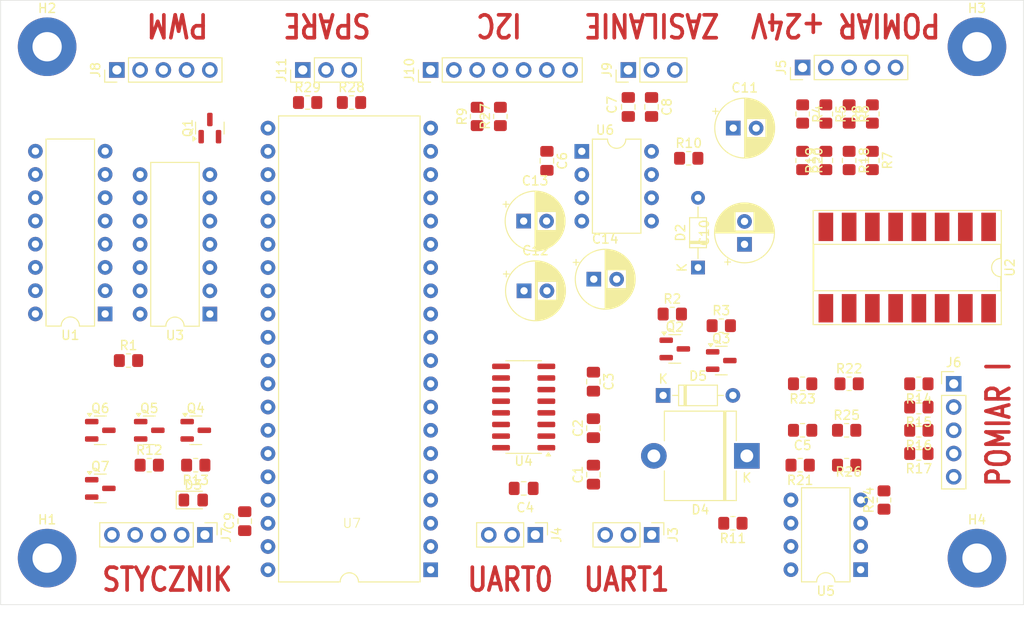
<source format=kicad_pcb>
(kicad_pcb (version 20221018) (generator pcbnew)
  (layers (0 "F.Cu" signal) (31 "B.Cu" signal) (34 "B.Paste" user) (35 "F.Paste" user) (36 "B.SilkS" user "B.Silkscreen") (37 "F.SilkS" user "F.Silkscreen") (38 "B.Mask" user) (39 "F.Mask" user) (44 "Edge.Cuts" user))
  (net 0 "")
  (net 1 "Net-(U4-C1+)")
  (net 2 "Net-(U4-C1-)")
  (net 3 "Net-(U4-C2+)")
  (net 4 "Net-(U4-C2-)")
  (net 5 "GNDREF")
  (net 6 "Net-(U4-VS-)")
  (net 7 "Net-(U4-VS+)")
  (net 8 "Net-(U5--)")
  (net 9 "Net-(C5-Pad2)")
  (net 10 "+8V")
  (net 11 "+5V")
  (net 12 "+15V")
  (net 13 "Net-(U6-CAP+)")
  (net 14 "Net-(U6-CAP-)")
  (net 15 "-8V")
  (net 16 "Net-(D3-K)")
  (net 17 "Net-(D4-A)")
  (net 18 "Net-(J3-Pin_1)")
  (net 19 "Net-(J3-Pin_3)")
  (net 20 "Net-(J4-Pin_1)")
  (net 21 "Net-(J4-Pin_3)")
  (net 22 "Net-(J5-Pin_1)")
  (net 23 "Net-(J5-Pin_2)")
  (net 24 "Net-(J5-Pin_3)")
  (net 25 "Net-(J5-Pin_4)")
  (net 26 "Net-(J6-Pin_1)")
  (net 27 "Net-(J6-Pin_2)")
  (net 28 "Net-(J6-Pin_3)")
  (net 29 "Net-(J6-Pin_4)")
  (net 30 "Net-(J7-Pin_2)")
  (net 31 "Net-(J7-Pin_3)")
  (net 32 "Net-(J7-Pin_4)")
  (net 33 "Net-(J8-Pin_1)")
  (net 34 "Net-(J8-Pin_2)")
  (net 35 "Net-(J8-Pin_3)")
  (net 36 "Net-(J8-Pin_4)")
  (net 37 "Net-(J10-Pin_3)")
  (net 38 "Net-(J10-Pin_4)")
  (net 39 "Net-(J10-Pin_5)")
  (net 40 "Net-(J10-Pin_6)")
  (net 41 "Net-(J11-Pin_1)")
  (net 42 "Net-(J11-Pin_2)")
  (net 43 "Net-(Q1-S)")
  (net 44 "Net-(Q1-D)")
  (net 45 "Net-(Q2-S)")
  (net 46 "Net-(Q2-D)")
  (net 47 "Net-(Q3-S)")
  (net 48 "Net-(Q3-D)")
  (net 49 "Net-(Q4-G)")
  (net 50 "Net-(Q4-D)")
  (net 51 "Net-(Q5-G)")
  (net 52 "Net-(Q5-D)")
  (net 53 "Net-(Q6-G)")
  (net 54 "Net-(Q7-G)")
  (net 55 "Net-(U2-Y3)")
  (net 56 "Net-(U2-Y2)")
  (net 57 "Net-(U2-Y1)")
  (net 58 "Net-(U2-Y0)")
  (net 59 "+3V3")
  (net 60 "Net-(U2-X0)")
  (net 61 "Net-(U2-X1)")
  (net 62 "Net-(U2-X2)")
  (net 63 "Net-(U2-X3)")
  (net 64 "Net-(U2-X)")
  (net 65 "Net-(R24-Pad2)")
  (net 66 "Net-(U1A-A0)")
  (net 67 "Net-(U1A-A1)")
  (net 72 "Net-(U2-Y)")
  (net 73 "Net-(U3A-D)")
  (net 74 "Net-(U3B-D)")
  (net 75 "Net-(U4-R2OUT)")
  (net 76 "Net-(U4-T2IN)")
  (net 77 "Net-(U4-T1IN)")
  (net 78 "Net-(U4-R1OUT)")
  (footprint "Capacitor_THT:CP_Radial_D6.3mm_P2.50mm" (layer "F.Cu") (at 82.59 92.71)
    (fp_text reference "C12" (at 1.25 -4.4) (layer "F.SilkS"))
    (fp_text value "C_Polarized")
    (pad "1" thru_hole rect (at 0 0) (size 1.6 1.6) (drill 0.8) (layers "*.Cu" "*.Mask") (net 11 "+5V"))
    (pad "2" thru_hole circle (at 2.5 0) (size 1.6 1.6) (drill 0.8) (layers "*.Cu" "*.Mask") (net 5 "GNDREF"))
  )
  (footprint "Resistor_SMD:R_0805_2012Metric_Pad1.20x1.40mm_HandSolder" (layer "F.Cu") (at 105.41 118.11 180)
    (fp_text reference "R11" (at 0 -1.65) (layer "F.SilkS"))
    (fp_text value "R")
    (pad "1" smd roundrect (at -1 0 180) (size 1.2 1.4) (layers "F.Cu" "F.Paste" "F.Mask") (roundrect_rratio 0.208333) (net 9 "Net-(C5-Pad2)"))
    (pad "2" smd roundrect (at 1 0 180) (size 1.2 1.4) (layers "F.Cu" "F.Paste" "F.Mask") (roundrect_rratio 0.208333) (net 17 "Net-(D4-A)"))
  )
  (footprint "Resistor_SMD:R_0805_2012Metric_Pad1.20x1.40mm_HandSolder" (layer "F.Cu") (at 113.03 73.39 -90)
    (fp_text reference "R4" (at 0 -1.65 90) (layer "F.SilkS"))
    (fp_text value "R")
    (pad "1" smd roundrect (at -1 0 270) (size 1.2 1.4) (layers "F.Cu" "F.Paste" "F.Mask") (roundrect_rratio 0.208333) (net 22 "Net-(J5-Pin_1)"))
    (pad "2" smd roundrect (at 1 0 270) (size 1.2 1.4) (layers "F.Cu" "F.Paste" "F.Mask") (roundrect_rratio 0.208333) (net 55 "Net-(U2-Y3)"))
  )
  (footprint "Capacitor_SMD:C_0805_2012Metric_Pad1.18x1.45mm_HandSolder" (layer "F.Cu") (at 93.98 72.6225 -90)
    (fp_text reference "C7" (at -0.2325 1.778 90) (layer "F.SilkS"))
    (fp_text value "C")
    (pad "1" smd roundrect (at -1.0375 0 270) (size 1.175 1.45) (layers "F.Cu" "F.Paste" "F.Mask") (roundrect_rratio 0.212766) (net 11 "+5V"))
    (pad "2" smd roundrect (at 1.0375 0 270) (size 1.175 1.45) (layers "F.Cu" "F.Paste" "F.Mask") (roundrect_rratio 0.212766) (net 5 "GNDREF"))
  )
  (footprint "Resistor_SMD:R_0805_2012Metric_Pad1.20x1.40mm_HandSolder" (layer "F.Cu") (at 120.65 78.47 -90)
    (fp_text reference "R7" (at 0 -1.65 90) (layer "F.SilkS"))
    (fp_text value "R")
    (pad "1" smd roundrect (at -1 0 270) (size 1.2 1.4) (layers "F.Cu" "F.Paste" "F.Mask") (roundrect_rratio 0.208333) (net 58 "Net-(U2-Y0)"))
    (pad "2" smd roundrect (at 1 0 270) (size 1.2 1.4) (layers "F.Cu" "F.Paste" "F.Mask") (roundrect_rratio 0.208333) (net 5 "GNDREF"))
  )
  (footprint "Resistor_SMD:R_0805_2012Metric_Pad1.20x1.40mm_HandSolder" (layer "F.Cu") (at 112.76 111.76 180)
    (fp_text reference "R21" (at 0 -1.65) (layer "F.SilkS"))
    (fp_text value "R")
    (pad "1" smd roundrect (at -1 0 180) (size 1.2 1.4) (layers "F.Cu" "F.Paste" "F.Mask") (roundrect_rratio 0.208333) (net 8 "Net-(U5--)"))
    (pad "2" smd roundrect (at 1 0 180) (size 1.2 1.4) (layers "F.Cu" "F.Paste" "F.Mask") (roundrect_rratio 0.208333) (net 9 "Net-(C5-Pad2)"))
  )
  (footprint "Resistor_SMD:R_0805_2012Metric_Pad1.20x1.40mm_HandSolder" (layer "F.Cu") (at 113.03 107.95 180)
    (fp_text reference "C5" (at 0 -1.65) (layer "F.SilkS"))
    (fp_text value "C")
    (pad "1" smd roundrect (at -1 0 180) (size 1.2 1.4) (layers "F.Cu" "F.Paste" "F.Mask") (roundrect_rratio 0.208333) (net 8 "Net-(U5--)"))
    (pad "2" smd roundrect (at 1 0 180) (size 1.2 1.4) (layers "F.Cu" "F.Paste" "F.Mask") (roundrect_rratio 0.208333) (net 9 "Net-(C5-Pad2)"))
  )
  (footprint "Resistor_SMD:R_0805_2012Metric_Pad1.20x1.40mm_HandSolder" (layer "F.Cu") (at 46.72 111.76 180)
    (fp_text reference "R13" (at 0 -1.65) (layer "F.SilkS"))
    (fp_text value "R")
    (pad "1" smd roundrect (at -1 0 180) (size 1.2 1.4) (layers "F.Cu" "F.Paste" "F.Mask") (roundrect_rratio 0.208333) (net 50 "Net-(Q4-D)"))
    (pad "2" smd roundrect (at 1 0 180) (size 1.2 1.4) (layers "F.Cu" "F.Paste" "F.Mask") (roundrect_rratio 0.208333) (net 16 "Net-(D3-K)"))
  )
  (footprint "Package_DIP:DIP-16_W7.62mm" (layer "F.Cu") (at 36.82 95.235 180)
    (fp_text reference "U1" (at 3.81 -2.33) (layer "F.SilkS"))
    (fp_text value "4555")
    (pad "1" thru_hole rect (at 0 0 180) (size 1.6 1.6) (drill 0.8) (layers "*.Cu" "*.Mask") (net 43 "Net-(Q1-S)"))
    (pad "2" thru_hole oval (at 0 2.54 180) (size 1.6 1.6) (drill 0.8) (layers "*.Cu" "*.Mask") (net 66 "Net-(U1A-A0)"))
    (pad "3" thru_hole oval (at 0 5.08 180) (size 1.6 1.6) (drill 0.8) (layers "*.Cu" "*.Mask") (net 67 "Net-(U1A-A1)"))
    (pad "4" thru_hole oval (at 0 7.62 180) (size 1.6 1.6) (drill 0.8) (layers "*.Cu" "*.Mask") (net 33 "Net-(J8-Pin_1)"))
    (pad "5" thru_hole oval (at 0 10.16 180) (size 1.6 1.6) (drill 0.8) (layers "*.Cu" "*.Mask") (net 34 "Net-(J8-Pin_2)"))
    (pad "6" thru_hole oval (at 0 12.7 180) (size 1.6 1.6) (drill 0.8) (layers "*.Cu" "*.Mask") (net 35 "Net-(J8-Pin_3)"))
    (pad "7" thru_hole oval (at 0 15.24 180) (size 1.6 1.6) (drill 0.8) (layers "*.Cu" "*.Mask") (net 36 "Net-(J8-Pin_4)"))
    (pad "8" thru_hole oval (at 0 17.78 180) (size 1.6 1.6) (drill 0.8) (layers "*.Cu" "*.Mask") (net 5 "GNDREF"))
    (pad "9" thru_hole oval (at 7.62 17.78 180) (size 1.6 1.6) (drill 0.8) (layers "*.Cu" "*.Mask"))
    (pad "10" thru_hole oval (at 7.62 15.24 180) (size 1.6 1.6) (drill 0.8) (layers "*.Cu" "*.Mask"))
    (pad "11" thru_hole oval (at 7.62 12.7 180) (size 1.6 1.6) (drill 0.8) (layers "*.Cu" "*.Mask"))
    (pad "12" thru_hole oval (at 7.62 10.16 180) (size 1.6 1.6) (drill 0.8) (layers "*.Cu" "*.Mask"))
    (pad "13" thru_hole oval (at 7.62 7.62 180) (size 1.6 1.6) (drill 0.8) (layers "*.Cu" "*.Mask") (net 5 "GNDREF"))
    (pad "14" thru_hole oval (at 7.62 5.08 180) (size 1.6 1.6) (drill 0.8) (layers "*.Cu" "*.Mask") (net 5 "GNDREF"))
    (pad "15" thru_hole oval (at 7.62 2.54 180) (size 1.6 1.6) (drill 0.8) (layers "*.Cu" "*.Mask") (net 5 "GNDREF"))
    (pad "16" thru_hole oval (at 7.62 0 180) (size 1.6 1.6) (drill 0.8) (layers "*.Cu" "*.Mask") (net 12 "+15V"))
  )
  (footprint "Diode_THT:D_DO-35_SOD27_P7.62mm_Horizontal" (layer "F.Cu") (at 97.79 104.14)
    (fp_text reference "D5" (at 3.81 -2.12) (layer "F.SilkS"))
    (fp_text value "BAT41")
    (fp_text user "K" (at 0 -1.8) (layer "F.SilkS"))
    (pad "1" thru_hole rect (at 0 0) (size 1.6 1.6) (drill 0.8) (layers "*.Cu" "*.Mask") (net 17 "Net-(D4-A)"))
    (pad "2" thru_hole oval (at 7.62 0) (size 1.6 1.6) (drill 0.8) (layers "*.Cu" "*.Mask") (net 5 "GNDREF"))
  )
  (footprint "Resistor_SMD:R_0805_2012Metric_Pad1.20x1.40mm_HandSolder" (layer "F.Cu") (at 58.944 72.136)
    (fp_text reference "R29" (at 0 -1.65 -360) (layer "F.SilkS"))
    (fp_text value "R")
    (pad "1" smd roundrect (at -1 0) (size 1.2 1.4) (layers "F.Cu" "F.Paste" "F.Mask") (roundrect_rratio 0.208333) (net 41 "Net-(J11-Pin_1)"))
    (pad "2" smd roundrect (at 1 0) (size 1.2 1.4) (layers "F.Cu" "F.Paste" "F.Mask") (roundrect_rratio 0.208333) (net 5 "GNDREF"))
  )
  (footprint "Resistor_SMD:R_0805_2012Metric_Pad1.20x1.40mm_HandSolder" (layer "F.Cu") (at 39.37 100.33)
    (fp_text reference "R1" (at 0 -1.65) (layer "F.SilkS"))
    (fp_text value "R")
    (pad "1" smd roundrect (at -1 0) (size 1.2 1.4) (layers "F.Cu" "F.Paste" "F.Mask") (roundrect_rratio 0.208333) (net 43 "Net-(Q1-S)"))
    (pad "2" smd roundrect (at 1 0) (size 1.2 1.4) (layers "F.Cu" "F.Paste" "F.Mask") (roundrect_rratio 0.208333) (net 12 "+15V"))
  )
  (footprint "Resistor_SMD:R_0805_2012Metric_Pad1.20x1.40mm_HandSolder" (layer "F.Cu") (at 98.79 95.25)
    (fp_text reference "R2" (at 0 -1.65) (layer "F.SilkS"))
    (fp_text value "R")
    (pad "1" smd roundrect (at -1 0) (size 1.2 1.4) (layers "F.Cu" "F.Paste" "F.Mask") (roundrect_rratio 0.208333) (net 45 "Net-(Q2-S)"))
    (pad "2" smd roundrect (at 1 0) (size 1.2 1.4) (layers "F.Cu" "F.Paste" "F.Mask") (roundrect_rratio 0.208333) (net 10 "+8V"))
  )
  (footprint "Package_DIP:DIP-8_W7.62mm" (layer "F.Cu") (at 88.9 77.47)
    (fp_text reference "U6" (at 2.54 -2.33) (layer "F.SilkS"))
    (fp_text value "ICL7660")
    (pad "1" thru_hole rect (at 0 0) (size 1.6 1.6) (drill 0.8) (layers "*.Cu" "*.Mask"))
    (pad "2" thru_hole oval (at 0 2.54) (size 1.6 1.6) (drill 0.8) (layers "*.Cu" "*.Mask") (net 13 "Net-(U6-CAP+)"))
    (pad "3" thru_hole oval (at 0 5.08) (size 1.6 1.6) (drill 0.8) (layers "*.Cu" "*.Mask") (net 5 "GNDREF"))
    (pad "4" thru_hole oval (at 0 7.62) (size 1.6 1.6) (drill 0.8) (layers "*.Cu" "*.Mask") (net 14 "Net-(U6-CAP-)"))
    (pad "5" thru_hole oval (at 7.62 7.62) (size 1.6 1.6) (drill 0.8) (layers "*.Cu" "*.Mask") (net 15 "-8V"))
    (pad "6" thru_hole oval (at 7.62 5.08) (size 1.6 1.6) (drill 0.8) (layers "*.Cu" "*.Mask"))
    (pad "7" thru_hole oval (at 7.62 2.54) (size 1.6 1.6) (drill 0.8) (layers "*.Cu" "*.Mask"))
    (pad "8" thru_hole oval (at 7.62 0) (size 1.6 1.6) (drill 0.8) (layers "*.Cu" "*.Mask") (net 10 "+8V"))
  )
  (footprint "Capacitor_THT:CP_Radial_D6.3mm_P2.50mm" (layer "F.Cu") (at 106.68 87.63 90)
    (fp_text reference "C10" (at 1.25 -4.4 90) (layer "F.SilkS"))
    (fp_text value "C_Polarized")
    (pad "1" thru_hole rect (at 0 0 90) (size 1.6 1.6) (drill 0.8) (layers "*.Cu" "*.Mask") (net 10 "+8V"))
    (pad "2" thru_hole circle (at 2.5 0 90) (size 1.6 1.6) (drill 0.8) (layers "*.Cu" "*.Mask") (net 5 "GNDREF"))
  )
  (footprint "Package_TO_SOT_SMD:SOT-23" (layer "F.Cu") (at 36.29 114.3)
    (fp_text reference "Q7" (at 0 -2.4) (layer "F.SilkS"))
    (fp_text value "RK7002")
    (pad "1" smd roundrect (at -0.9375 -0.95) (size 1.475 0.6) (layers "F.Cu" "F.Paste" "F.Mask") (net 5 "GNDREF"))
    (pad "2" smd roundrect (at -0.9375 0.95) (size 1.475 0.6) (layers "F.Cu" "F.Paste" "F.Mask") (net 54 "Net-(Q7-G)"))
    (pad "3" smd roundrect (at 0.9375 0) (size 1.475 0.6) (layers "F.Cu" "F.Paste" "F.Mask") (net 32 "Net-(J7-Pin_4)"))
  )
  (footprint "Resistor_SMD:R_0805_2012Metric_Pad1.20x1.40mm_HandSolder" (layer "F.Cu") (at 80.005 73.66 90)
    (fp_text reference "R27" (at 0 -1.65 90) (layer "F.SilkS"))
    (fp_text value "R")
    (pad "1" smd roundrect (at -1 0 90) (size 1.2 1.4) (layers "F.Cu" "F.Paste" "F.Mask") (roundrect_rratio 0.208333) (net 59 "+3V3"))
    (pad "2" smd roundrect (at 1 0 90) (size 1.2 1.4) (layers "F.Cu" "F.Paste" "F.Mask") (roundrect_rratio 0.208333) (net 38 "Net-(J10-Pin_4)"))
  )
  (footprint "Resistor_SMD:R_0805_2012Metric_Pad1.20x1.40mm_HandSolder" (layer "F.Cu") (at 115.57 78.47 90)
    (fp_text reference "R19" (at 0 -1.65 90) (layer "F.SilkS"))
    (fp_text value "R")
    (pad "1" smd roundrect (at -1 0 90) (size 1.2 1.4) (layers "F.Cu" "F.Paste" "F.Mask") (roundrect_rratio 0.208333) (net 5 "GNDREF"))
    (pad "2" smd roundrect (at 1 0 90) (size 1.2 1.4) (layers "F.Cu" "F.Paste" "F.Mask") (roundrect_rratio 0.208333) (net 56 "Net-(U2-Y2)"))
  )
  (footprint "Capacitor_SMD:C_0805_2012Metric_Pad1.18x1.45mm_HandSolder" (layer "F.Cu") (at 85.09 78.5075 -90)
    (fp_text reference "C6" (at 0 -1.68 90) (layer "F.SilkS"))
    (fp_text value "C")
    (pad "1" smd roundrect (at -1.0375 0 270) (size 1.175 1.45) (layers "F.Cu" "F.Paste" "F.Mask") (roundrect_rratio 0.212766) (net 10 "+8V"))
    (pad "2" smd roundrect (at 1.0375 0 270) (size 1.175 1.45) (layers "F.Cu" "F.Paste" "F.Mask") (roundrect_rratio 0.212766) (net 5 "GNDREF"))
  )
  (footprint "MountingHole:MountingHole_3.2mm_M3_Pad" (layer "F.Cu") (at 132.08 121.92)
    (fp_text reference "H4" (at 0 -4.2) (layer "F.SilkS"))
    (fp_text value "MountingHole")
    (pad "1" thru_hole circle (at 0 0) (size 6.4 6.4) (drill 3.2) (layers "*.Cu" "*.Mask"))
  )
  (footprint "Package_DIP:DIP-16_W8.89mm_SMDSocket_LongPads" (layer "F.Cu") (at 124.46 90.17 -90)
    (fp_text reference "U2" (at 0 -11.22 90) (layer "F.SilkS"))
    (fp_text value "4052")
    (pad "1" smd rect (at -4.445 -8.89 270) (size 3.1 1.6) (layers "F.Cu" "F.Paste" "F.Mask") (net 58 "Net-(U2-Y0)"))
    (pad "2" smd rect (at -4.445 -6.35 270) (size 3.1 1.6) (layers "F.Cu" "F.Paste" "F.Mask") (net 56 "Net-(U2-Y2)"))
    (pad "3" smd rect (at -4.445 -3.81 270) (size 3.1 1.6) (layers "F.Cu" "F.Paste" "F.Mask") (net 72 "Net-(U2-Y)"))
    (pad "4" smd rect (at -4.445 -1.27 270) (size 3.1 1.6) (layers "F.Cu" "F.Paste" "F.Mask") (net 55 "Net-(U2-Y3)"))
    (pad "5" smd rect (at -4.445 1.27 270) (size 3.1 1.6) (layers "F.Cu" "F.Paste" "F.Mask") (net 57 "Net-(U2-Y1)"))
    (pad "6" smd rect (at -4.445 3.81 270) (size 3.1 1.6) (layers "F.Cu" "F.Paste" "F.Mask") (net 5 "GNDREF"))
    (pad "7" smd rect (at -4.445 6.35 270) (size 3.1 1.6) (layers "F.Cu" "F.Paste" "F.Mask") (net 15 "-8V"))
    (pad "8" smd rect (at -4.445 8.89 270) (size 3.1 1.6) (layers "F.Cu" "F.Paste" "F.Mask") (net 5 "GNDREF"))
    (pad "9" smd rect (at 4.445 8.89 270) (size 3.1 1.6) (layers "F.Cu" "F.Paste" "F.Mask") (net 45 "Net-(Q2-S)"))
    (pad "10" smd rect (at 4.445 6.35 270) (size 3.1 1.6) (layers "F.Cu" "F.Paste" "F.Mask") (net 47 "Net-(Q3-S)"))
    (pad "11" smd rect (at 4.445 3.81 270) (size 3.1 1.6) (layers "F.Cu" "F.Paste" "F.Mask") (net 63 "Net-(U2-X3)"))
    (pad "12" smd rect (at 4.445 1.27 270) (size 3.1 1.6) (layers "F.Cu" "F.Paste" "F.Mask") (net 60 "Net-(U2-X0)"))
    (pad "13" smd rect (at 4.445 -1.27 270) (size 3.1 1.6) (layers "F.Cu" "F.Paste" "F.Mask") (net 64 "Net-(U2-X)"))
    (pad "14" smd rect (at 4.445 -3.81 270) (size 3.1 1.6) (layers "F.Cu" "F.Paste" "F.Mask") (net 61 "Net-(U2-X1)"))
    (pad "15" smd rect (at 4.445 -6.35 270) (size 3.1 1.6) (layers "F.Cu" "F.Paste" "F.Mask") (net 62 "Net-(U2-X2)"))
    (pad "16" smd rect (at 4.445 -8.89 270) (size 3.1 1.6) (layers "F.Cu" "F.Paste" "F.Mask") (net 10 "+8V"))
  )
  (footprint "Package_SO:SOIC-16_3.9x9.9mm_P1.27mm" (layer "F.Cu") (at 82.55 105.41 180)
    (fp_text reference "U4" (at 0 -5.9) (layer "F.SilkS"))
    (fp_text value "MAX3232")
    (pad "1" smd roundrect (at -2.475 -4.445 180) (size 1.95 0.6) (layers "F.Cu" "F.Paste" "F.Mask") (net 1 "Net-(U4-C1+)"))
    (pad "2" smd roundrect (at -2.475 -3.175 180) (size 1.95 0.6) (layers "F.Cu" "F.Paste" "F.Mask") (net 7 "Net-(U4-VS+)"))
    (pad "3" smd roundrect (at -2.475 -1.905 180) (size 1.95 0.6) (layers "F.Cu" "F.Paste" "F.Mask") (net 2 "Net-(U4-C1-)"))
    (pad "4" smd roundrect (at -2.475 -0.635 180) (size 1.95 0.6) (layers "F.Cu" "F.Paste" "F.Mask") (net 3 "Net-(U4-C2+)"))
    (pad "5" smd roundrect (at -2.475 0.635 180) (size 1.95 0.6) (layers "F.Cu" "F.Paste" "F.Mask") (net 4 "Net-(U4-C2-)"))
    (pad "6" smd roundrect (at -2.475 1.905 180) (size 1.95 0.6) (layers "F.Cu" "F.Paste" "F.Mask") (net 6 "Net-(U4-VS-)"))
    (pad "7" smd roundrect (at -2.475 3.175 180) (size 1.95 0.6) (layers "F.Cu" "F.Paste" "F.Mask") (net 18 "Net-(J3-Pin_1)"))
    (pad "8" smd roundrect (at -2.475 4.445 180) (size 1.95 0.6) (layers "F.Cu" "F.Paste" "F.Mask") (net 19 "Net-(J3-Pin_3)"))
    (pad "9" smd roundrect (at 2.475 4.445 180) (size 1.95 0.6) (layers "F.Cu" "F.Paste" "F.Mask") (net 75 "Net-(U4-R2OUT)"))
    (pad "10" smd roundrect (at 2.475 3.175 180) (size 1.95 0.6) (layers "F.Cu" "F.Paste" "F.Mask") (net 76 "Net-(U4-T2IN)"))
    (pad "11" smd roundrect (at 2.475 1.905 180) (size 1.95 0.6) (layers "F.Cu" "F.Paste" "F.Mask") (net 77 "Net-(U4-T1IN)"))
    (pad "12" smd roundrect (at 2.475 0.635 180) (size 1.95 0.6) (layers "F.Cu" "F.Paste" "F.Mask") (net 78 "Net-(U4-R1OUT)"))
    (pad "13" smd roundrect (at 2.475 -0.635 180) (size 1.95 0.6) (layers "F.Cu" "F.Paste" "F.Mask") (net 21 "Net-(J4-Pin_3)"))
    (pad "14" smd roundrect (at 2.475 -1.905 180) (size 1.95 0.6) (layers "F.Cu" "F.Paste" "F.Mask") (net 20 "Net-(J4-Pin_1)"))
    (pad "15" smd roundrect (at 2.475 -3.175 180) (size 1.95 0.6) (layers "F.Cu" "F.Paste" "F.Mask") (net 5 "GNDREF"))
    (pad "16" smd roundrect (at 2.475 -4.445 180) (size 1.95 0.6) (layers "F.Cu" "F.Paste" "F.Mask") (net 59 "+3V3"))
  )
  (footprint "Package_TO_SOT_SMD:SOT-23" (layer "F.Cu") (at 36.29 107.95)
    (fp_text reference "Q6" (at 0 -2.4) (layer "F.SilkS"))
    (fp_text value "RK7002")
    (pad "1" smd roundrect (at -0.9375 -0.95) (size 1.475 0.6) (layers "F.Cu" "F.Paste" "F.Mask") (net 5 "GNDREF"))
    (pad "2" smd roundrect (at -0.9375 0.95) (size 1.475 0.6) (layers "F.Cu" "F.Paste" "F.Mask") (net 53 "Net-(Q6-G)"))
    (pad "3" smd roundrect (at 0.9375 0) (size 1.475 0.6) (layers "F.Cu" "F.Paste" "F.Mask") (net 31 "Net-(J7-Pin_3)"))
  )
  (footprint "Package_DIP:DIP-14_W7.62mm" (layer "F.Cu") (at 48.26 95.25 180)
    (fp_text reference "U3" (at 3.81 -2.33) (layer "F.SilkS"))
    (fp_text value "4013")
    (pad "1" thru_hole rect (at 0 0 180) (size 1.6 1.6) (drill 0.8) (layers "*.Cu" "*.Mask") (net 66 "Net-(U1A-A0)"))
    (pad "2" thru_hole oval (at 0 2.54 180) (size 1.6 1.6) (drill 0.8) (layers "*.Cu" "*.Mask") (net 73 "Net-(U3A-D)"))
    (pad "3" thru_hole oval (at 0 5.08 180) (size 1.6 1.6) (drill 0.8) (layers "*.Cu" "*.Mask") (net 43 "Net-(Q1-S)"))
    (pad "4" thru_hole oval (at 0 7.62 180) (size 1.6 1.6) (drill 0.8) (layers "*.Cu" "*.Mask") (net 5 "GNDREF"))
    (pad "5" thru_hole oval (at 0 10.16 180) (size 1.6 1.6) (drill 0.8) (layers "*.Cu" "*.Mask") (net 73 "Net-(U3A-D)"))
    (pad "6" thru_hole oval (at 0 12.7 180) (size 1.6 1.6) (drill 0.8) (layers "*.Cu" "*.Mask") (net 5 "GNDREF"))
    (pad "7" thru_hole oval (at 0 15.24 180) (size 1.6 1.6) (drill 0.8) (layers "*.Cu" "*.Mask") (net 5 "GNDREF"))
    (pad "8" thru_hole oval (at 7.62 15.24 180) (size 1.6 1.6) (drill 0.8) (layers "*.Cu" "*.Mask") (net 5 "GNDREF"))
    (pad "9" thru_hole oval (at 7.62 12.7 180) (size 1.6 1.6) (drill 0.8) (layers "*.Cu" "*.Mask") (net 74 "Net-(U3B-D)"))
    (pad "10" thru_hole oval (at 7.62 10.16 180) (size 1.6 1.6) (drill 0.8) (layers "*.Cu" "*.Mask") (net 5 "GNDREF"))
    (pad "11" thru_hole oval (at 7.62 7.62 180) (size 1.6 1.6) (drill 0.8) (layers "*.Cu" "*.Mask") (net 66 "Net-(U1A-A0)"))
    (pad "12" thru_hole oval (at 7.62 5.08 180) (size 1.6 1.6) (drill 0.8) (layers "*.Cu" "*.Mask") (net 74 "Net-(U3B-D)"))
    (pad "13" thru_hole oval (at 7.62 2.54 180) (size 1.6 1.6) (drill 0.8) (layers "*.Cu" "*.Mask") (net 67 "Net-(U1A-A1)"))
    (pad "14" thru_hole oval (at 7.62 0 180) (size 1.6 1.6) (drill 0.8) (layers "*.Cu" "*.Mask") (net 12 "+15V"))
  )
  (footprint "MountingHole:MountingHole_3.2mm_M3_Pad" (layer "F.Cu") (at 30.48 121.92)
    (fp_text reference "H1" (at 0 -4.2) (layer "F.SilkS"))
    (fp_text value "MountingHole")
    (pad "1" thru_hole circle (at 0 0) (size 6.4 6.4) (drill 3.2) (layers "*.Cu" "*.Mask"))
  )
  (footprint "Resistor_SMD:R_0805_2012Metric_Pad1.20x1.40mm_HandSolder" (layer "F.Cu") (at 125.73 105.41 180)
    (fp_text reference "R15" (at 0 -1.65) (layer "F.SilkS"))
    (fp_text value "R")
    (pad "1" smd roundrect (at -1 0 180) (size 1.2 1.4) (layers "F.Cu" "F.Paste" "F.Mask") (roundrect_rratio 0.208333) (net 27 "Net-(J6-Pin_2)"))
    (pad "2" smd roundrect (at 1 0 180) (size 1.2 1.4) (layers "F.Cu" "F.Paste" "F.Mask") (roundrect_rratio 0.208333) (net 61 "Net-(U2-X1)"))
  )
  (footprint "Capacitor_SMD:C_0805_2012Metric_Pad1.18x1.45mm_HandSolder" (layer "F.Cu") (at 52.07 117.8775 90)
    (fp_text reference "C9" (at 0 -1.68 90) (layer "F.SilkS"))
    (fp_text value "C")
    (pad "1" smd roundrect (at -1.0375 0 90) (size 1.175 1.45) (layers "F.Cu" "F.Paste" "F.Mask") (roundrect_rratio 0.212766) (net 11 "+5V"))
    (pad "2" smd roundrect (at 1.0375 0 90) (size 1.175 1.45) (layers "F.Cu" "F.Paste" "F.Mask") (roundrect_rratio 0.212766) (net 5 "GNDREF"))
  )
  (footprint "Package_TO_SOT_SMD:SOT-23" (layer "F.Cu") (at 41.64 107.95)
    (fp_text reference "Q5" (at 0 -2.4) (layer "F.SilkS"))
    (fp_text value "RK7002")
    (pad "1" smd roundrect (at -0.9375 -0.95) (size 1.475 0.6) (layers "F.Cu" "F.Paste" "F.Mask") (net 5 "GNDREF"))
    (pad "2" smd roundrect (at -0.9375 0.95) (size 1.475 0.6) (layers "F.Cu" "F.Paste" "F.Mask") (net 51 "Net-(Q5-G)"))
    (pad "3" smd roundrect (at 0.9375 0) (size 1.475 0.6) (layers "F.Cu" "F.Paste" "F.Mask") (net 52 "Net-(Q5-D)"))
  )
  (footprint "Resistor_SMD:R_0805_2012Metric_Pad1.20x1.40mm_HandSolder" (layer "F.Cu") (at 41.64 111.76)
    (fp_text reference "R12" (at 0 -1.65) (layer "F.SilkS"))
    (fp_text value "R")
    (pad "1" smd roundrect (at -1 0) (size 1.2 1.4) (layers "F.Cu" "F.Paste" "F.Mask") (roundrect_rratio 0.208333) (net 30 "Net-(J7-Pin_2)"))
    (pad "2" smd roundrect (at 1 0) (size 1.2 1.4) (layers "F.Cu" "F.Paste" "F.Mask") (roundrect_rratio 0.208333) (net 52 "Net-(Q5-D)"))
  )
  (footprint "Package_TO_SOT_SMD:SOT-23" (layer "F.Cu") (at 99.06 99.06)
    (fp_text reference "Q2" (at 0 -2.4) (layer "F.SilkS"))
    (fp_text value "BF545A")
    (pad "1" smd roundrect (at -0.9375 -0.95) (size 1.475 0.6) (layers "F.Cu" "F.Paste" "F.Mask") (net 45 "Net-(Q2-S)"))
    (pad "2" smd roundrect (at -0.9375 0.95) (size 1.475 0.6) (layers "F.Cu" "F.Paste" "F.Mask") (net 46 "Net-(Q2-D)"))
    (pad "3" smd roundrect (at 0.9375 0) (size 1.475 0.6) (layers "F.Cu" "F.Paste" "F.Mask") (net 5 "GNDREF"))
  )
  (footprint "Resistor_SMD:R_0805_2012Metric_Pad1.20x1.40mm_HandSolder" (layer "F.Cu") (at 115.57 73.39 -90)
    (fp_text reference "R5" (at 0 -1.65 90) (layer "F.SilkS"))
    (fp_text value "R")
    (pad "1" smd roundrect (at -1 0 270) (size 1.2 1.4) (layers "F.Cu" "F.Paste" "F.Mask") (roundrect_rratio 0.208333) (net 23 "Net-(J5-Pin_2)"))
    (pad "2" smd roundrect (at 1 0 270) (size 1.2 1.4) (layers "F.Cu" "F.Paste" "F.Mask") (roundrect_rratio 0.208333) (net 56 "Net-(U2-Y2)"))
  )
  (footprint "Resistor_SMD:R_0805_2012Metric_Pad1.20x1.40mm_HandSolder" (layer "F.Cu") (at 118.11 73.39 -90)
    (fp_text reference "R6" (at 0 -1.65 90) (layer "F.SilkS"))
    (fp_text value "R")
    (pad "1" smd roundrect (at -1 0 270) (size 1.2 1.4) (layers "F.Cu" "F.Paste" "F.Mask") (roundrect_rratio 0.208333) (net 24 "Net-(J5-Pin_3)"))
    (pad "2" smd roundrect (at 1 0 270) (size 1.2 1.4) (layers "F.Cu" "F.Paste" "F.Mask") (roundrect_rratio 0.208333) (net 57 "Net-(U2-Y1)"))
  )
  (footprint "Diode_SMD:D_0805_2012Metric_Pad1.15x1.40mm_HandSolder" (layer "F.Cu") (at 46.45 115.57)
    (fp_text reference "D3" (at 0 -1.65) (layer "F.SilkS"))
    (fp_text value "LED_Small")
    (pad "1" smd roundrect (at -1.025 0) (size 1.15 1.4) (layers "F.Cu" "F.Paste" "F.Mask") (roundrect_rratio 0.217391) (net 16 "Net-(D3-K)"))
    (pad "2" smd roundrect (at 1.025 0) (size 1.15 1.4) (layers "F.Cu" "F.Paste" "F.Mask") (roundrect_rratio 0.217391) (net 11 "+5V"))
  )
  (footprint "Capacitor_SMD:C_0805_2012Metric_Pad1.18x1.45mm_HandSolder" (layer "F.Cu") (at 82.55 114.3)
    (fp_text reference "C4" (at 0.16912 2.102774) (layer "F.SilkS"))
    (fp_text value "C_Small")
    (pad "1" smd roundrect (at -1.0375 0) (size 1.175 1.45) (layers "F.Cu" "F.Paste" "F.Mask") (roundrect_rratio 0.212766) (net 5 "GNDREF"))
    (pad "2" smd roundrect (at 1.0375 0) (size 1.175 1.45) (layers "F.Cu" "F.Paste" "F.Mask") (roundrect_rratio 0.212766) (net 7 "Net-(U4-VS+)"))
  )
  (footprint "Resistor_SMD:R_0805_2012Metric_Pad1.20x1.40mm_HandSolder" (layer "F.Cu") (at 63.738 72.136)
    (fp_text reference "R28" (at 0 -1.65) (layer "F.SilkS"))
    (fp_text value "R")
    (pad "1" smd roundrect (at -1 0) (size 1.2 1.4) (layers "F.Cu" "F.Paste" "F.Mask") (roundrect_rratio 0.208333) (net 42 "Net-(J11-Pin_2)"))
    (pad "2" smd roundrect (at 1 0) (size 1.2 1.4) (layers "F.Cu" "F.Paste" "F.Mask") (roundrect_rratio 0.208333) (net 5 "GNDREF"))
  )
  (footprint "Resistor_SMD:R_0805_2012Metric_Pad1.20x1.40mm_HandSolder" (layer "F.Cu") (at 117.84 107.95)
    (fp_text reference "R25" (at 0 -1.65) (layer "F.SilkS"))
    (fp_text value "R")
    (pad "1" smd roundrect (at -1 0) (size 1.2 1.4) (layers "F.Cu" "F.Paste" "F.Mask") (roundrect_rratio 0.208333) (net 8 "Net-(U5--)"))
    (pad "2" smd roundrect (at 1 0) (size 1.2 1.4) (layers "F.Cu" "F.Paste" "F.Mask") (roundrect_rratio 0.208333) (net 65 "Net-(R24-Pad2)"))
  )
  (footprint "Package_TO_SOT_SMD:SOT-23" (layer "F.Cu") (at 104.14 100.33)
    (fp_text reference "Q3" (at 0 -2.4) (layer "F.SilkS"))
    (fp_text value "BF545A")
    (pad "1" smd roundrect (at -0.9375 -0.95) (size 1.475 0.6) (layers "F.Cu" "F.Paste" "F.Mask") (net 47 "Net-(Q3-S)"))
    (pad "2" smd roundrect (at -0.9375 0.95) (size 1.475 0.6) (layers "F.Cu" "F.Paste" "F.Mask") (net 48 "Net-(Q3-D)"))
    (pad "3" smd roundrect (at 0.9375 0) (size 1.475 0.6) (layers "F.Cu" "F.Paste" "F.Mask") (net 5 "GNDREF"))
  )
  (footprint "Resistor_SMD:R_0805_2012Metric_Pad1.20x1.40mm_HandSolder" (layer "F.Cu") (at 104.14 96.52)
    (fp_text reference "R3" (at 0 -1.65) (layer "F.SilkS"))
    (fp_text value "R")
    (pad "1" smd roundrect (at -1 0) (size 1.2 1.4) (layers "F.Cu" "F.Paste" "F.Mask") (roundrect_rratio 0.208333) (net 47 "Net-(Q3-S)"))
    (pad "2" smd roundrect (at 1 0) (size 1.2 1.4) (layers "F.Cu" "F.Paste" "F.Mask") (roundrect_rratio 0.208333) (net 10 "+8V"))
  )
  (footprint "Resistor_SMD:R_0805_2012Metric_Pad1.20x1.40mm_HandSolder" (layer "F.Cu") (at 118.11 78.47 -90)
    (fp_text reference "R18" (at 0 -1.65 90) (layer "F.SilkS"))
    (fp_text value "R")
    (pad "1" smd roundrect (at -1 0 270) (size 1.2 1.4) (layers "F.Cu" "F.Paste" "F.Mask") (roundrect_rratio 0.208333) (net 57 "Net-(U2-Y1)"))
    (pad "2" smd roundrect (at 1 0 270) (size 1.2 1.4) (layers "F.Cu" "F.Paste" "F.Mask") (roundrect_rratio 0.208333) (net 5 "GNDREF"))
  )
  (footprint "Resistor_SMD:R_0805_2012Metric_Pad1.20x1.40mm_HandSolder" (layer "F.Cu") (at 113.03 102.87 180)
    (fp_text reference "R23" (at 0 -1.65) (layer "F.SilkS"))
    (fp_text value "R")
    (pad "1" smd roundrect (at -1 0 180) (size 1.2 1.4) (layers "F.Cu" "F.Paste" "F.Mask") (roundrect_rratio 0.208333) (net 64 "Net-(U2-X)"))
    (pad "2" smd roundrect (at 1 0 180) (size 1.2 1.4) (layers "F.Cu" "F.Paste" "F.Mask") (roundrect_rratio 0.208333) (net 8 "Net-(U5--)"))
  )
  (footprint "Capacitor_SMD:C_0805_2012Metric_Pad1.18x1.45mm_HandSolder" (layer "F.Cu") (at 90.17 102.6375 -90)
    (fp_text reference "C3" (at 0 -1.68 90) (layer "F.SilkS"))
    (fp_text value "C_Small")
    (pad "1" smd roundrect (at -1.0375 0 270) (size 1.175 1.45) (layers "F.Cu" "F.Paste" "F.Mask") (roundrect_rratio 0.212766) (net 5 "GNDREF"))
    (pad "2" smd roundrect (at 1.0375 0 270) (size 1.175 1.45) (layers "F.Cu" "F.Paste" "F.Mask") (roundrect_rratio 0.212766) (net 6 "Net-(U4-VS-)"))
  )
  (footprint "Package_DIP:DIP-8_W7.62mm" (layer "F.Cu") (at 119.37 123.18 180)
    (fp_text reference "U5" (at 3.81 -2.33) (layer "F.SilkS"))
    (fp_text value "OP07")
    (pad "1" thru_hole rect (at 0 0 180) (size 1.6 1.6) (drill 0.8) (layers "*.Cu" "*.Mask"))
    (pad "2" thru_hole oval (at 0 2.54 180) (size 1.6 1.6) (drill 0.8) (layers "*.Cu" "*.Mask") (net 8 "Net-(U5--)"))
    (pad "3" thru_hole oval (at 0 5.08 180) (size 1.6 1.6) (drill 0.8) (layers "*.Cu" "*.Mask") (net 5 "GNDREF"))
    (pad "4" thru_hole oval (at 0 7.62 180) (size 1.6 1.6) (drill 0.8) (layers "*.Cu" "*.Mask") (net 15 "-8V"))
    (pad "5" thru_hole oval (at 7.62 7.62 180) (size 1.6 1.6) (drill 0.8) (layers "*.Cu" "*.Mask"))
    (pad "6" thru_hole oval (at 7.62 5.08 180) (size 1.6 1.6) (drill 0.8) (layers "*.Cu" "*.Mask") (net 9 "Net-(C5-Pad2)"))
    (pad "7" thru_hole oval (at 7.62 2.54 180) (size 1.6 1.6) (drill 0.8) (layers "*.Cu" "*.Mask") (net 10 "+8V"))
    (pad "8" thru_hole oval (at 7.62 0 180) (size 1.6 1.6) (drill 0.8) (layers "*.Cu" "*.Mask"))
  )
  (footprint "Connector_PinHeader_2.54mm:PinHeader_1x05_P2.54mm_Vertical" (layer "F.Cu") (at 38.1 68.58 90)
    (fp_text reference "J8" (at 0 -2.33 90) (layer "F.SilkS"))
    (fp_text value "Conn_01x05")
    (pad "1" thru_hole rect (at 0 0 90) (size 1.7 1.7) (drill 1) (layers "*.Cu" "*.Mask") (net 33 "Net-(J8-Pin_1)"))
    (pad "2" thru_hole oval (at 0 2.54 90) (size 1.7 1.7) (drill 1) (layers "*.Cu" "*.Mask") (net 34 "Net-(J8-Pin_2)"))
    (pad "3" thru_hole oval (at 0 5.08 90) (size 1.7 1.7) (drill 1) (layers "*.Cu" "*.Mask") (net 35 "Net-(J8-Pin_3)"))
    (pad "4" thru_hole oval (at 0 7.62 90) (size 1.7 1.7) (drill 1) (layers "*.Cu" "*.Mask") (net 36 "Net-(J8-Pin_4)"))
    (pad "5" thru_hole oval (at 0 10.16 90) (size 1.7 1.7) (drill 1) (layers "*.Cu" "*.Mask") (net 5 "GNDREF"))
  )
  (footprint "Connector_PinHeader_2.54mm:PinHeader_1x03_P2.54mm_Vertical" (layer "F.Cu") (at 58.415 68.58 90)
    (fp_text reference "J11" (at 0 -2.33 90) (layer "F.SilkS"))
    (fp_text value "Conn_01x03")
    (pad "1" thru_hole rect (at 0 0 90) (size 1.7 1.7) (drill 1) (layers "*.Cu" "*.Mask") (net 41 "Net-(J11-Pin_1)"))
    (pad "2" thru_hole oval (at 0 2.54 90) (size 1.7 1.7) (drill 1) (layers "*.Cu" "*.Mask") (net 42 "Net-(J11-Pin_2)"))
    (pad "3" thru_hole oval (at 0 5.08 90) (size 1.7 1.7) (drill 1) (layers "*.Cu" "*.Mask") (net 5 "GNDREF"))
  )
  (footprint "Capacitor_SMD:C_0805_2012Metric_Pad1.18x1.45mm_HandSolder" (layer "F.Cu") (at 90.17 107.7175 90)
    (fp_text reference "C2" (at 0 -1.68 90) (layer "F.SilkS"))
    (fp_text value "C_Small")
    (pad "1" smd roundrect (at -1.0375 0 90) (size 1.175 1.45) (layers "F.Cu" "F.Paste" "F.Mask") (roundrect_rratio 0.212766) (net 3 "Net-(U4-C2+)"))
    (pad "2" smd roundrect (at 1.0375 0 90) (size 1.175 1.45) (layers "F.Cu" "F.Paste" "F.Mask") (roundrect_rratio 0.212766) (net 4 "Net-(U4-C2-)"))
  )
  (footprint "Resistor_SMD:R_0805_2012Metric_Pad1.20x1.40mm_HandSolder" (layer "F.Cu") (at 100.584 78.232)
    (fp_text reference "R10" (at 0 -1.65) (layer "F.SilkS"))
    (fp_text value "R")
    (pad "1" smd roundrect (at -1 0) (size 1.2 1.4) (layers "F.Cu" "F.Paste" "F.Mask") (roundrect_rratio 0.208333) (net 12 "+15V"))
    (pad "2" smd roundrect (at 1 0) (size 1.2 1.4) (layers "F.Cu" "F.Paste" "F.Mask") (roundrect_rratio 0.208333) (net 10 "+8V"))
  )
  (footprint "MountingHole:MountingHole_3.2mm_M3_Pad" (layer "F.Cu") (at 30.48 66.04)
    (fp_text reference "H2" (at 0 -4.2) (layer "F.SilkS"))
    (fp_text value "MountingHole")
    (pad "1" thru_hole circle (at 0 0) (size 6.4 6.4) (drill 3.2) (layers "*.Cu" "*.Mask"))
  )
  (footprint "Connector_PinHeader_2.54mm:PinHeader_1x05_P2.54mm_Vertical" (layer "F.Cu") (at 47.72 119.38 -90)
    (fp_text reference "J7" (at 0 -2.33 90) (layer "F.SilkS"))
    (fp_text value "Conn_01x05")
    (pad "1" thru_hole rect (at 0 0 270) (size 1.7 1.7) (drill 1) (layers "*.Cu" "*.Mask") (net 11 "+5V"))
    (pad "2" thru_hole oval (at 0 2.54 270) (size 1.7 1.7) (drill 1) (layers "*.Cu" "*.Mask") (net 30 "Net-(J7-Pin_2)"))
    (pad "3" thru_hole oval (at 0 5.08 270) (size 1.7 1.7) (drill 1) (layers "*.Cu" "*.Mask") (net 31 "Net-(J7-Pin_3)"))
    (pad "4" thru_hole oval (at 0 7.62 270) (size 1.7 1.7) (drill 1) (layers "*.Cu" "*.Mask") (net 32 "Net-(J7-Pin_4)"))
    (pad "5" thru_hole oval (at 0 10.16 270) (size 1.7 1.7) (drill 1) (layers "*.Cu" "*.Mask") (net 5 "GNDREF"))
  )
  (footprint "Capacitor_SMD:C_0805_2012Metric_Pad1.18x1.45mm_HandSolder" (layer "F.Cu") (at 96.52 72.6225 -90)
    (fp_text reference "C8" (at 0 -1.68 90) (layer "F.SilkS"))
    (fp_text value "C")
    (pad "1" smd roundrect (at -1.0375 0 270) (size 1.175 1.45) (layers "F.Cu" "F.Paste" "F.Mask") (roundrect_rratio 0.212766) (net 12 "+15V"))
    (pad "2" smd roundrect (at 1.0375 0 270) (size 1.175 1.45) (layers "F.Cu" "F.Paste" "F.Mask") (roundrect_rratio 0.212766) (net 5 "GNDREF"))
  )
  (footprint "Package_TO_SOT_SMD:SOT-23" (layer "F.Cu") (at 46.72 107.95)
    (fp_text reference "Q4" (at 0 -2.4) (layer "F.SilkS"))
    (fp_text value "RK7002")
    (pad "1" smd roundrect (at -0.9375 -0.95) (size 1.475 0.6) (layers "F.Cu" "F.Paste" "F.Mask") (net 5 "GNDREF"))
    (pad "2" smd roundrect (at -0.9375 0.95) (size 1.475 0.6) (layers "F.Cu" "F.Paste" "F.Mask") (net 49 "Net-(Q4-G)"))
    (pad "3" smd roundrect (at 0.9375 0) (size 1.475 0.6) (layers "F.Cu" "F.Paste" "F.Mask") (net 50 "Net-(Q4-D)"))
  )
  (footprint "Diode_THT:D_DO-34_SOD68_P7.62mm_Horizontal" (layer "F.Cu") (at 101.6 90.17 90)
    (fp_text reference "D2" (at 3.81 -1.92 90) (layer "F.SilkS"))
    (fp_text value "D_Zener_Small")
    (fp_text user "K" (at 0 -1.75 90) (layer "F.SilkS"))
    (pad "1" thru_hole rect (at 0 0 90) (size 1.5 1.5) (drill 0.75) (layers "*.Cu" "*.Mask") (net 10 "+8V"))
    (pad "2" thru_hole oval (at 7.62 0 90) (size 1.5 1.5) (drill 0.75) (layers "*.Cu" "*.Mask") (net 5 "GNDREF"))
  )
  (footprint "Connector_PinHeader_2.54mm:PinHeader_1x03_P2.54mm_Vertical" (layer "F.Cu") (at 93.98 68.58 90)
    (fp_text reference "J9" (at 0 -2.33 90) (layer "F.SilkS"))
    (fp_text value "Conn_01x03")
    (pad "1" thru_hole rect (at 0 0 90) (size 1.7 1.7) (drill 1) (layers "*.Cu" "*.Mask") (net 11 "+5V"))
    (pad "2" thru_hole oval (at 0 2.54 90) (size 1.7 1.7) (drill 1) (layers "*.Cu" "*.Mask") (net 12 "+15V"))
    (pad "3" thru_hole oval (at 0 5.08 90) (size 1.7 1.7) (drill 1) (layers "*.Cu" "*.Mask") (net 5 "GNDREF"))
  )
  (footprint "Resistor_SMD:R_0805_2012Metric_Pad1.20x1.40mm_HandSolder" (layer "F.Cu") (at 120.65 73.39 90)
    (fp_text reference "R8" (at 0 -1.65 90) (layer "F.SilkS"))
    (fp_text value "R")
    (pad "1" smd roundrect (at -1 0 90) (size 1.2 1.4) (layers "F.Cu" "F.Paste" "F.Mask") (roundrect_rratio 0.208333) (net 58 "Net-(U2-Y0)"))
    (pad "2" smd roundrect (at 1 0 90) (size 1.2 1.4) (layers "F.Cu" "F.Paste" "F.Mask") (roundrect_rratio 0.208333) (net 25 "Net-(J5-Pin_4)"))
  )
  (footprint "Resistor_SMD:R_0805_2012Metric_Pad1.20x1.40mm_HandSolder" (layer "F.Cu") (at 125.73 107.95 180)
    (fp_text reference "R16" (at 0 -1.65) (layer "F.SilkS"))
    (fp_text value "R")
    (pad "1" smd roundrect (at -1 0 180) (size 1.2 1.4) (layers "F.Cu" "F.Paste" "F.Mask") (roundrect_rratio 0.208333) (net 28 "Net-(J6-Pin_3)"))
    (pad "2" smd roundrect (at 1 0 180) (size 1.2 1.4) (layers "F.Cu" "F.Paste" "F.Mask") (roundrect_rratio 0.208333) (net 62 "Net-(U2-X2)"))
  )
  (footprint "Capacitor_THT:CP_Radial_D6.3mm_P2.50mm" (layer "F.Cu") (at 82.55 85.09)
    (fp_text reference "C13" (at 1.25 -4.4) (layer "F.SilkS"))
    (fp_text value "C_Polarized")
    (pad "1" thru_hole rect (at 0 0) (size 1.6 1.6) (drill 0.8) (layers "*.Cu" "*.Mask") (net 13 "Net-(U6-CAP+)"))
    (pad "2" thru_hole circle (at 2.5 0) (size 1.6 1.6) (drill 0.8) (layers "*.Cu" "*.Mask") (net 14 "Net-(U6-CAP-)"))
  )
  (footprint "Connector_PinHeader_2.54mm:PinHeader_1x05_P2.54mm_Vertical" (layer "F.Cu") (at 113.03 68.31 90)
    (fp_text reference "J5" (at 0 -2.33 90) (layer "F.SilkS"))
    (fp_text value "Conn_01x05")
    (pad "1" thru_hole rect (at 0 0 90) (size 1.7 1.7) (drill 1) (layers "*.Cu" "*.Mask") (net 22 "Net-(J5-Pin_1)"))
    (pad "2" thru_hole oval (at 0 2.54 90) (size 1.7 1.7) (drill 1) (layers "*.Cu" "*.Mask") (net 23 "Net-(J5-Pin_2)"))
    (pad "3" thru_hole oval (at 0 5.08 90) (size 1.7 1.7) (drill 1) (layers "*.Cu" "*.Mask") (net 24 "Net-(J5-Pin_3)"))
    (pad "4" thru_hole oval (at 0 7.62 90) (size 1.7 1.7) (drill 1) (layers "*.Cu" "*.Mask") (net 25 "Net-(J5-Pin_4)"))
    (pad "5" thru_hole oval (at 0 10.16 90) (size 1.7 1.7) (drill 1) (layers "*.Cu" "*.Mask") (net 5 "GNDREF"))
  )
  (footprint "Resistor_SMD:R_0805_2012Metric_Pad1.20x1.40mm_HandSolder" (layer "F.Cu") (at 118.11 102.87)
    (fp_text reference "R22" (at 0 -1.65) (layer "F.SilkS"))
    (fp_text value "R")
    (pad "1" smd roundrect (at -1 0) (size 1.2 1.4) (layers "F.Cu" "F.Paste" "F.Mask") (roundrect_rratio 0.208333) (net 64 "Net-(U2-X)"))
    (pad "2" smd roundrect (at 1 0) (size 1.2 1.4) (layers "F.Cu" "F.Paste" "F.Mask") (roundrect_rratio 0.208333) (net 5 "GNDREF"))
  )
  (footprint "Resistor_SMD:R_0805_2012Metric_Pad1.20x1.40mm_HandSolder" (layer "F.Cu") (at 77.465 73.66 90)
    (fp_text reference "R9" (at 0 -1.65 90) (layer "F.SilkS"))
    (fp_text value "R")
    (pad "1" smd roundrect (at -1 0 90) (size 1.2 1.4) (layers "F.Cu" "F.Paste" "F.Mask") (roundrect_rratio 0.208333) (net 59 "+3V3"))
    (pad "2" smd roundrect (at 1 0 90) (size 1.2 1.4) (layers "F.Cu" "F.Paste" "F.Mask") (roundrect_rratio 0.208333) (net 37 "Net-(J10-Pin_3)"))
  )
  (footprint "Connector_PinHeader_2.54mm:PinHeader_1x03_P2.54mm_Vertical" (layer "F.Cu") (at 83.82 119.38 -90)
    (fp_text reference "J4" (at 0 -2.33 90) (layer "F.SilkS"))
    (fp_text value "Conn_01x03")
    (pad "1" thru_hole rect (at 0 0 270) (size 1.7 1.7) (drill 1) (layers "*.Cu" "*.Mask") (net 20 "Net-(J4-Pin_1)"))
    (pad "2" thru_hole oval (at 0 2.54 270) (size 1.7 1.7) (drill 1) (layers "*.Cu" "*.Mask") (net 5 "GNDREF"))
    (pad "3" thru_hole oval (at 0 5.08 270) (size 1.7 1.7) (drill 1) (layers "*.Cu" "*.Mask") (net 21 "Net-(J4-Pin_3)"))
  )
  (footprint "Package_TO_SOT_SMD:SOT-23" (layer "F.Cu") (at 48.26 74.93 90)
    (fp_text reference "Q1" (at 0 -2.4 90) (layer "F.SilkS"))
    (fp_text value "BF545A")
    (pad "1" smd roundrect (at -0.9375 -0.95 90) (size 1.475 0.6) (layers "F.Cu" "F.Paste" "F.Mask") (net 43 "Net-(Q1-S)"))
    (pad "2" smd roundrect (at -0.9375 0.95 90) (size 1.475 0.6) (layers "F.Cu" "F.Paste" "F.Mask") (net 44 "Net-(Q1-D)"))
    (pad "3" smd roundrect (at 0.9375 0 90) (size 1.475 0.6) (layers "F.Cu" "F.Paste" "F.Mask") (net 5 "GNDREF"))
  )
  (footprint "Resistor_SMD:R_0805_2012Metric_Pad1.20x1.40mm_HandSolder" (layer "F.Cu") (at 121.92 115.57 90)
    (fp_text reference "R24" (at 0 -1.65 90) (layer "F.SilkS"))
    (fp_text value "R")
    (pad "1" smd roundrect (at -1 0 90) (size 1.2 1.4) (layers "F.Cu" "F.Paste" "F.Mask") (roundrect_rratio 0.208333) (net 5 "GNDREF"))
    (pad "2" smd roundrect (at 1 0 90) (size 1.2 1.4) (layers "F.Cu" "F.Paste" "F.Mask") (roundrect_rratio 0.208333) (net 65 "Net-(R24-Pad2)"))
  )
  (footprint "kpole:DIP-40_W700mils" (layer "F.Cu") (at 72.39 123.19 180)
    (fp_text reference "U7" (at 8.621894 5.08 unlocked) (layer "F.SilkS") (effects (font (thickness 0.1))))
    (fp_text value "RPi PICO")
    (pad "1" thru_hole rect (at 0 0 180) (size 1.6 1.6) (drill 0.8) (layers "*.Cu" "*.Mask") (net 77 "Net-(U4-T1IN)"))
    (pad "2" thru_hole oval (at 0 2.54 180) (size 1.6 1.6) (drill 0.8) (layers "*.Cu" "*.Mask") (net 78 "Net-(U4-R1OUT)"))
    (pad "3" thru_hole oval (at 0 5.08 180) (size 1.6 1.6) (drill 0.8) (layers "*.Cu" "*.Mask") (net 5 "GNDREF"))
    (pad "4" thru_hole oval (at 0 7.62 180) (size 1.6 1.6) (drill 0.8) (layers "*.Cu" "*.Mask"))
    (pad "5" thru_hole oval (at 0 10.16 180) (size 1.6 1.6) (drill 0.8) (layers "*.Cu" "*.Mask"))
    (pad "6" thru_hole oval (at 0 12.7 180) (size 1.6 1.6) (drill 0.8) (layers "*.Cu" "*.Mask") (net 76 "Net-(U4-T2IN)"))
    (pad "7" thru_hole oval (at 0 15.24 180) (size 1.6 1.6) (drill 0.8) (layers "*.Cu" "*.Mask") (net 75 "Net-(U4-R2OUT)"))
    (pad "8" thru_hole oval (at 0 17.78 180) (size 1.6 1.6) (drill 0.8) (layers "*.Cu" "*.Mask") (net 5 "GNDREF"))
    (pad "9" thru_hole oval (at 0 20.32 180) (size 1.6 1.6) (drill 0.8) (layers "*.Cu" "*.Mask") (net 40 "Net-(J10-Pin_6)"))
    (pad "10" thru_hole oval (at 0 22.86 180) (size 1.6 1.6) (drill 0.8) (layers "*.Cu" "*.Mask") (net 39 "Net-(J10-Pin_5)"))
    (pad "11" thru_hole oval (at 0 25.4 180) (size 1.6 1.6) (drill 0.8) (layers "*.Cu" "*.Mask") (net 38 "Net-(J10-Pin_4)"))
    (pad "12" thru_hole oval (at 0 27.94 180) (size 1.6 1.6) (drill 0.8) (layers "*.Cu" "*.Mask") (net 37 "Net-(J10-Pin_3)"))
    (pad "13" thru_hole oval (at 0 30.48 180) (size 1.6 1.6) (drill 0.8) (layers "*.Cu" "*.Mask") (net 5 "GNDREF"))
    (pad "14" thru_hole oval (at 0 33.02 180) (size 1.6 1.6) (drill 0.8) (layers "*.Cu" "*.Mask"))
    (pad "15" thru_hole oval (at 0 35.56 180) (size 1.6 1.6) (drill 0.8) (layers "*.Cu" "*.Mask") (net 46 "Net-(Q2-D)"))
    (pad "16" thru_hole oval (at 0 38.1 180) (size 1.6 1.6) (drill 0.8) (layers "*.Cu" "*.Mask") (net 48 "Net-(Q3-D)"))
    (pad "17" thru_hole oval (at 0 40.64 180) (size 1.6 1.6) (drill 0.8) (layers "*.Cu" "*.Mask"))
    (pad "18" thru_hole oval (at 0 43.18 180) (size 1.6 1.6) (drill 0.8) (layers "*.Cu" "*.Mask") (net 5 "GNDREF"))
    (pad "19" thru_hole oval (at 0 45.72 180) (size 1.6 1.6) (drill 0.8) (layers "*.Cu" "*.Mask") (net 41 "Net-(J11-Pin_1)"))
    (pad "20" thru_hole oval (at 0 48.26 180) (size 1.6 1.6) (drill 0.8) (layers "*.Cu" "*.Mask") (net 42 "Net-(J11-Pin_2)"))
    (pad "21" thru_hole oval (at 17.78 48.26 180) (size 1.6 1.6) (drill 0.8) (layers "*.Cu" "*.Mask"))
    (pad "22" thru_hole oval (at 17.78 45.72 180) (size 1.6 1.6) (drill 0.8) (layers "*.Cu" "*.Mask") (net 44 "Net-(Q1-D)"))
    (pad "23" thru_hole oval (at 17.78 43.18 180) (size 1.6 1.6) (drill 0.8) (layers "*.Cu" "*.Mask") (net 5 "GNDREF"))
    (pad "24" thru_hole oval (at 17.78 40.64 180) (size 1.6 1.6) (drill 0.8) (layers "*.Cu" "*.Mask") (net 54 "Net-(Q7-G)"))
    (pad "25" thru_hole oval (at 17.78 38.1 180) (size 1.6 1.6) (drill 0.8) (layers "*.Cu" "*.Mask") (net 53 "Net-(Q6-G)"))
    (pad "26" thru_hole oval (at 17.78 35.56 180) (size 1.6 1.6) (drill 0.8) (layers "*.Cu" "*.Mask") (net 51 "Net-(Q5-G)"))
    (pad "27" thru_hole oval (at 17.78 33.02 180) (size 1.6 1.6) (drill 0.8) (layers "*.Cu" "*.Mask") (net 49 "Net-(Q4-G)"))
    (pad "28" thru_hole oval (at 17.78 30.48 180) (size 1.6 1.6) (drill 0.8) (layers "*.Cu" "*.Mask") (net 5 "GNDREF"))
    (pad "29" thru_hole oval (at 17.78 27.94 180) (size 1.6 1.6) (drill 0.8) (layers "*.Cu" "*.Mask"))
    (pad "30" thru_hole oval (at 17.78 25.4 180) (size 1.6 1.6) (drill 0.8) (layers "*.Cu" "*.Mask"))
    (pad "31" thru_hole oval (at 17.78 22.86 180) (size 1.6 1.6) (drill 0.8) (layers "*.Cu" "*.Mask") (net 17 "Net-(D4-A)"))
    (pad "32" thru_hole oval (at 17.78 20.32 180) (size 1.6 1.6) (drill 0.8) (layers "*.Cu" "*.Mask") (net 72 "Net-(U2-Y)"))
    (pad "33" thru_hole oval (at 17.78 17.78 180) (size 1.6 1.6) (drill 0.8) (layers "*.Cu" "*.Mask") (net 5 "GNDREF"))
    (pad "34" thru_hole oval (at 17.78 15.24 180) (size 1.6 1.6) (drill 0.8) (layers "*.Cu" "*.Mask"))
    (pad "35" thru_hole oval (at 17.78 12.7 180) (size 1.6 1.6) (drill 0.8) (layers "*.Cu" "*.Mask"))
    (pad "36" thru_hole oval (at 17.78 10.16 180) (size 1.6 1.6) (drill 0.8) (layers "*.Cu" "*.Mask") (net 59 "+3V3"))
    (pad "37" thru_hole oval (at 17.78 7.62 180) (size 1.6 1.6) (drill 0.8) (layers "*.Cu" "*.Mask"))
    (pad "38" thru_hole oval (at 17.78 5.08 180) (size 1.6 1.6) (drill 0.8) (layers "*.Cu" "*.Mask") (net 5 "GNDREF"))
    (pad "39" thru_hole oval (at 17.78 2.54 180) (size 1.6 1.6) (drill 0.8) (layers "*.Cu" "*.Mask"))
    (pad "40" thru_hole oval (at 17.78 0 180) (size 1.6 1.6) (drill 0.8) (layers "*.Cu" "*.Mask") (net 11 "+5V"))
  )
  (footprint "Resistor_SMD:R_0805_2012Metric_Pad1.20x1.40mm_HandSolder" (layer "F.Cu") (at 125.73 102.87 180)
    (fp_text reference "R14" (at 0 -1.65) (layer "F.SilkS"))
    (fp_text value "R")
    (pad "1" smd roundrect (at -1 0 180) (size 1.2 1.4) (layers "F.Cu" "F.Paste" "F.Mask") (roundrect_rratio 0.208333) (net 26 "Net-(J6-Pin_1)"))
    (pad "2" smd roundrect (at 1 0 180) (size 1.2 1.4) (layers "F.Cu" "F.Paste" "F.Mask") (roundrect_rratio 0.208333) (net 60 "Net-(U2-X0)"))
  )
  (footprint "Connector_PinHeader_2.54mm:PinHeader_1x03_P2.54mm_Vertical" (layer "F.Cu") (at 96.535 119.38 -90)
    (fp_text reference "J3" (at 0 -2.33 90) (layer "F.SilkS"))
    (fp_text value "Conn_01x03")
    (pad "1" thru_hole rect (at 0 0 270) (size 1.7 1.7) (drill 1) (layers "*.Cu" "*.Mask") (net 18 "Net-(J3-Pin_1)"))
    (pad "2" thru_hole oval (at 0 2.54 270) (size 1.7 1.7) (drill 1) (layers "*.Cu" "*.Mask") (net 5 "GNDREF"))
    (pad "3" thru_hole oval (at 0 5.08 270) (size 1.7 1.7) (drill 1) (layers "*.Cu" "*.Mask") (net 19 "Net-(J3-Pin_3)"))
  )
  (footprint "Resistor_SMD:R_0805_2012Metric_Pad1.20x1.40mm_HandSolder" (layer "F.Cu") (at 117.84 111.76)
    (fp_text reference "R26" (at 0.227064 0.735 180) (layer "F.SilkS"))
    (fp_text value "R")
    (pad "1" smd roundrect (at -1 0) (size 1.2 1.4) (layers "F.Cu" "F.Paste" "F.Mask") (roundrect_rratio 0.208333) (net 15 "-8V"))
    (pad "2" smd roundrect (at 1 0) (size 1.2 1.4) (layers "F.Cu" "F.Paste" "F.Mask") (roundrect_rratio 0.208333) (net 65 "Net-(R24-Pad2)"))
  )
  (footprint "Resistor_SMD:R_0805_2012Metric_Pad1.20x1.40mm_HandSolder" (layer "F.Cu") (at 125.73 110.49 180)
    (fp_text reference "R17" (at 0 -1.65) (layer "F.SilkS"))
    (fp_text value "R")
    (pad "1" smd roundrect (at -1 0 180) (size 1.2 1.4) (layers "F.Cu" "F.Paste" "F.Mask") (roundrect_rratio 0.208333) (net 29 "Net-(J6-Pin_4)"))
    (pad "2" smd roundrect (at 1 0 180) (size 1.2 1.4) (layers "F.Cu" "F.Paste" "F.Mask") (roundrect_rratio 0.208333) (net 63 "Net-(U2-X3)"))
  )
  (footprint "Resistor_SMD:R_0805_2012Metric_Pad1.20x1.40mm_HandSolder" (layer "F.Cu") (at 113.03 78.47 -90)
    (fp_text reference "R20" (at 0 -1.65 90) (layer "F.SilkS"))
    (fp_text value "R")
    (pad "1" smd roundrect (at -1 0 270) (size 1.2 1.4) (layers "F.Cu" "F.Paste" "F.Mask") (roundrect_rratio 0.208333) (net 55 "Net-(U2-Y3)"))
    (pad "2" smd roundrect (at 1 0 270) (size 1.2 1.4) (layers "F.Cu" "F.Paste" "F.Mask") (roundrect_rratio 0.208333) (net 5 "GNDREF"))
  )
  (footprint "Connector_PinHeader_2.54mm:PinHeader_1x07_P2.54mm_Vertical" (layer "F.Cu") (at 72.385 68.58 90)
    (fp_text reference "J10" (at 0 -2.33 90) (layer "F.SilkS"))
    (fp_text value "Conn_01x07")
    (pad "1" thru_hole rect (at 0 0 90) (size 1.7 1.7) (drill 1) (layers "*.Cu" "*.Mask") (net 11 "+5V"))
    (pad "2" thru_hole oval (at 0 2.54 90) (size 1.7 1.7) (drill 1) (layers "*.Cu" "*.Mask") (net 12 "+15V"))
    (pad "3" thru_hole oval (at 0 5.08 90) (size 1.7 1.7) (drill 1) (layers "*.Cu" "*.Mask") (net 37 "Net-(J10-Pin_3)"))
    (pad "4" thru_hole oval (at 0 7.62 90) (size 1.7 1.7) (drill 1) (layers "*.Cu" "*.Mask") (net 38 "Net-(J10-Pin_4)"))
    (pad "5" thru_hole oval (at 0 10.16 90) (size 1.7 1.7) (drill 1) (layers "*.Cu" "*.Mask") (net 39 "Net-(J10-Pin_5)"))
    (pad "6" thru_hole oval (at 0 12.7 90) (size 1.7 1.7) (drill 1) (layers "*.Cu" "*.Mask") (net 40 "Net-(J10-Pin_6)"))
    (pad "7" thru_hole oval (at 0 15.24 90) (size 1.7 1.7) (drill 1) (layers "*.Cu" "*.Mask") (net 5 "GNDREF"))
  )
  (footprint "Capacitor_THT:CP_Radial_D6.3mm_P2.50mm" (layer "F.Cu") (at 105.45 74.93)
    (fp_text reference "C11" (at 1.25 -4.4) (layer "F.SilkS"))
    (fp_text value "C_Polarized")
    (pad "1" thru_hole rect (at 0 0) (size 1.6 1.6) (drill 0.8) (layers "*.Cu" "*.Mask") (net 12 "+15V"))
    (pad "2" thru_hole circle (at 2.5 0) (size 1.6 1.6) (drill 0.8) (layers "*.Cu" "*.Mask") (net 5 "GNDREF"))
  )
  (footprint "Capacitor_THT:CP_Radial_D6.3mm_P2.50mm" (layer "F.Cu") (at 90.21 91.44)
    (fp_text reference "C14" (at 1.25 -4.4) (layer "F.SilkS"))
    (fp_text value "C_Polarized")
    (pad "1" thru_hole rect (at 0 0) (size 1.6 1.6) (drill 0.8) (layers "*.Cu" "*.Mask") (net 5 "GNDREF"))
    (pad "2" thru_hole circle (at 2.5 0) (size 1.6 1.6) (drill 0.8) (layers "*.Cu" "*.Mask") (net 15 "-8V"))
  )
  (footprint "Diode_THT:D_5KP_P10.16mm_Horizontal" (layer "F.Cu") (at 106.934 110.744 180)
    (fp_text reference "D4" (at 5.08 -5.885) (layer "F.SilkS"))
    (fp_text value "LED_Small")
    (fp_text user "K" (at 0 -2.4) (layer "F.SilkS"))
    (pad "1" thru_hole rect (at 0 0 180) (size 2.8 2.8) (drill 1.4) (layers "*.Cu" "*.Mask") (net 5 "GNDREF"))
    (pad "2" thru_hole oval (at 10.16 0 180) (size 2.8 2.8) (drill 1.4) (layers "*.Cu" "*.Mask") (net 17 "Net-(D4-A)"))
  )
  (footprint "Connector_PinHeader_2.54mm:PinHeader_1x05_P2.54mm_Vertical" (layer "F.Cu") (at 129.54 102.87)
    (fp_text reference "J6" (at 0 -2.33) (layer "F.SilkS"))
    (fp_text value "Conn_01x05")
    (pad "1" thru_hole rect (at 0 0) (size 1.7 1.7) (drill 1) (layers "*.Cu" "*.Mask") (net 26 "Net-(J6-Pin_1)"))
    (pad "2" thru_hole oval (at 0 2.54) (size 1.7 1.7) (drill 1) (layers "*.Cu" "*.Mask") (net 27 "Net-(J6-Pin_2)"))
    (pad "3" thru_hole oval (at 0 5.08) (size 1.7 1.7) (drill 1) (layers "*.Cu" "*.Mask") (net 28 "Net-(J6-Pin_3)"))
    (pad "4" thru_hole oval (at 0 7.62) (size 1.7 1.7) (drill 1) (layers "*.Cu" "*.Mask") (net 29 "Net-(J6-Pin_4)"))
    (pad "5" thru_hole oval (at 0 10.16) (size 1.7 1.7) (drill 1) (layers "*.Cu" "*.Mask") (net 5 "GNDREF"))
  )
  (footprint "Capacitor_SMD:C_0805_2012Metric_Pad1.18x1.45mm_HandSolder" (layer "F.Cu") (at 90.17 112.7975 90)
    (fp_text reference "C1" (at 0 -1.68 90) (layer "F.SilkS"))
    (fp_text value "C_Small")
    (pad "1" smd roundrect (at -1.0375 0 90) (size 1.175 1.45) (layers "F.Cu" "F.Paste" "F.Mask") (roundrect_rratio 0.212766) (net 1 "Net-(U4-C1+)"))
    (pad "2" smd roundrect (at 1.0375 0 90) (size 1.175 1.45) (layers "F.Cu" "F.Paste" "F.Mask") (roundrect_rratio 0.212766) (net 2 "Net-(U4-C1-)"))
  )
  (footprint "MountingHole:MountingHole_3.2mm_M3_Pad" (layer "F.Cu") (at 132.08 66.04)
    (fp_text reference "H3" (at 0 -4.2) (layer "F.SilkS"))
    (fp_text value "MountingHole")
    (pad "1" thru_hole circle (at 0 0) (size 6.4 6.4) (drill 3.2) (layers "*.Cu" "*.Mask"))
  )
  (gr_line (start 25.4 127) (end 137.16 127) (stroke (width 0.05)) (layer "Edge.Cuts"))
  (gr_line (start 25.4 60.96) (end 25.4 127) (stroke (width 0.05)) (layer "Edge.Cuts"))
  (gr_line (start 137.16 60.96) (end 25.4 60.96) (stroke (width 0.05)) (layer "Edge.Cuts"))
  (gr_line (start 137.16 127) (end 137.16 60.96) (stroke (width 0.05)) (layer "Edge.Cuts"))
  (gr_text "POMIAR +24V" (at 128.27 62.23 180) (layer "F.Cu") (effects (font (size 2.5 2) (thickness 0.4) bold) (justify left bottom)))
  (gr_text "UART1" (at 88.915 125.73) (layer "F.Cu") (effects (font (size 2.5 2) (thickness 0.4) bold) (justify left bottom)))
  (gr_text "I2C" (at 82.545 62.23 180) (layer "F.Cu") (effects (font (size 2.5 2) (thickness 0.4) bold) (justify left bottom)))
  (gr_text "ZASILANIE" (at 104.14 62.23 180) (layer "F.Cu") (effects (font (size 2.5 2) (thickness 0.4) bold) (justify left bottom)))
  (gr_text "UART0" (at 76.2 125.73) (layer "F.Cu") (effects (font (size 2.5 2) (thickness 0.4) bold) (justify left bottom)))
  (gr_text "STYCZNIK" (at 36.29 125.73) (layer "F.Cu") (effects (font (size 2.5 2) (thickness 0.4) bold) (justify left bottom)))
  (gr_text "PWM" (at 48.26 62.23 180) (layer "F.Cu") (effects (font (size 2.5 2) (thickness 0.4) bold) (justify left bottom)))
  (gr_text "POMIAR I" (at 135.89 114.3 90) (layer "F.Cu") (effects (font (size 2.5 2) (thickness 0.4) bold) (justify left bottom)))
  (gr_text "SPARE" (at 66.035 62.23 180) (layer "F.Cu") (effects (font (size 2.5 2) (thickness 0.4) bold) (justify left bottom)))
)
</source>
